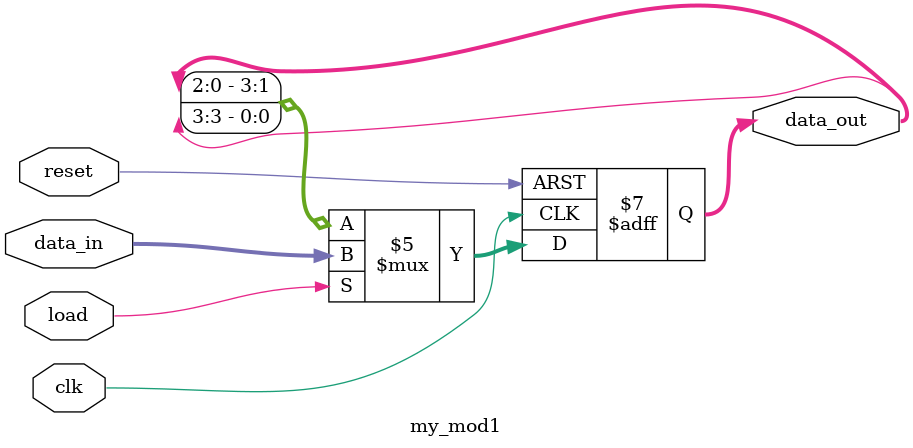
<source format=v>
module my_mod1(data_out, data_in, load, clk, reset);
output reg [3:0] data_out;
input clk, load, reset;
input[3:0] data_in;

always@(posedge clk, posedge reset)
begin
if(reset == 1'b1)
data_out <= 4'b0;
else if(load == 1'b1)
data_out<=data_in;
else data_out<= {data_out[2:0], data_out[3]};
end
endmodule

</source>
